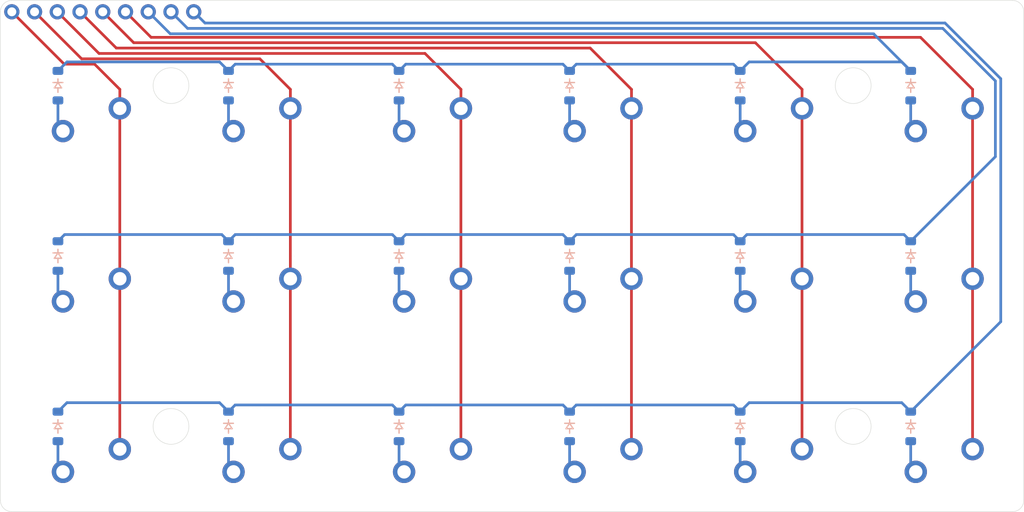
<source format=kicad_pcb>
(kicad_pcb (version 20240108) (generator "pcbnew") (generator_version "8.0")
  (layers (0 "F.Cu" signal) (31 "B.Cu" signal) (34 "B.Paste" user) (35 "F.Paste" user) (36 "B.SilkS" user "B.Silkscreen") (37 "F.SilkS" user "F.Silkscreen") (38 "B.Mask" user) (39 "F.Mask" user) (44 "Edge.Cuts" user))
  (net 0 "")
  (net 1 "Net-(C0-Pad1)")
  (net 2 "Net-(C1-Pad1)")
  (net 3 "Net-(C2-Pad1)")
  (net 4 "Net-(C3-Pad1)")
  (net 5 "Net-(C4-Pad1)")
  (net 6 "Net-(C5-Pad1)")
  (net 7 "Net-(D1-K)")
  (net 8 "Net-(D1-A)")
  (net 9 "Net-(D2-A)")
  (net 10 "Net-(D3-A)")
  (net 11 "Net-(D4-A)")
  (net 12 "Net-(D5-A)")
  (net 13 "Net-(D6-A)")
  (net 14 "Net-(D7-A)")
  (net 15 "Net-(D10-K)")
  (net 16 "Net-(D8-A)")
  (net 17 "Net-(D9-A)")
  (net 18 "Net-(D10-A)")
  (net 19 "Net-(D11-A)")
  (net 20 "Net-(D12-A)")
  (net 21 "Net-(D13-K)")
  (net 22 "Net-(D13-A)")
  (net 23 "Net-(D14-A)")
  (net 24 "Net-(D15-A)")
  (net 25 "Net-(D16-A)")
  (net 26 "Net-(D17-A)")
  (net 27 "Net-(D18-A)")
  (footprint "ScottoKeebs_Scotto:MX_Solder_1.00u" (layer "F.Cu") (at 245.109968 43.18 180)
    (property "Reference" "S5" (hide yes))
    (property "Value" "Keyswitch")
    (pad "" np_thru_hole circle (at -5.08 0 180) (size 1.75 1.75) (drill 1.75) (layers "*.Cu" "*.Mask"))
    (pad "" np_thru_hole circle (at 0 0 180) (size 4 4) (drill 4) (layers "*.Cu" "*.Mask"))
    (pad "" np_thru_hole circle (at 5.08 0 180) (size 1.75 1.75) (drill 1.75) (layers "*.Cu" "*.Mask"))
    (pad "1" thru_hole circle (at -3.81 -2.54 180) (size 2.5 2.5) (drill 1.5) (layers "*.Cu" "*.Mask") (net 5 "Net-(C4-Pad1)"))
    (pad "2" thru_hole circle (at 2.54 -5.08 180) (size 2.5 2.5) (drill 1.5) (layers "*.Cu" "*.Mask") (net 12 "Net-(D5-A)"))
  )
  (footprint "ScottoKeebs_Scotto:MX_Solder_1.00u" (layer "F.Cu") (at 245.109968 62.23 180)
    (property "Reference" "S11" (hide yes))
    (property "Value" "Keyswitch")
    (pad "" np_thru_hole circle (at -5.08 0 180) (size 1.75 1.75) (drill 1.75) (layers "*.Cu" "*.Mask"))
    (pad "" np_thru_hole circle (at 0 0 180) (size 4 4) (drill 4) (layers "*.Cu" "*.Mask"))
    (pad "" np_thru_hole circle (at 5.08 0 180) (size 1.75 1.75) (drill 1.75) (layers "*.Cu" "*.Mask"))
    (pad "1" thru_hole circle (at -3.81 -2.54 180) (size 2.5 2.5) (drill 1.5) (layers "*.Cu" "*.Mask") (net 5 "Net-(C4-Pad1)"))
    (pad "2" thru_hole circle (at 2.54 -5.08 180) (size 2.5 2.5) (drill 1.5) (layers "*.Cu" "*.Mask") (net 19 "Net-(D11-A)"))
  )
  (footprint "ScottoKeebs_Scotto:MX_Solder_1.00u" (layer "F.Cu") (at 226.059968 81.28 180)
    (property "Reference" "S16" (hide yes))
    (property "Value" "Keyswitch")
    (pad "" np_thru_hole circle (at -5.08 0 180) (size 1.75 1.75) (drill 1.75) (layers "*.Cu" "*.Mask"))
    (pad "" np_thru_hole circle (at 0 0 180) (size 4 4) (drill 4) (layers "*.Cu" "*.Mask"))
    (pad "" np_thru_hole circle (at 5.08 0 180) (size 1.75 1.75) (drill 1.75) (layers "*.Cu" "*.Mask"))
    (pad "1" thru_hole circle (at -3.81 -2.54 180) (size 2.5 2.5) (drill 1.5) (layers "*.Cu" "*.Mask") (net 4 "Net-(C3-Pad1)"))
    (pad "2" thru_hole circle (at 2.54 -5.08 180) (size 2.5 2.5) (drill 1.5) (layers "*.Cu" "*.Mask") (net 25 "Net-(D16-A)"))
  )
  (footprint "ScottoKeebs_Scotto:TestPoint" (layer "F.Cu") (at 178.434968 34.925 90)
    (property "Reference" "R1" (hide yes))
    (property "Value" "TestPoint" (hide yes))
    (pad "1" thru_hole circle (at 0 0 90) (size 1.7 1.7) (drill 1) (layers "*.Cu" "*.Mask") (net 15 "Net-(D10-K)"))
  )
  (footprint "ScottoKeebs_Scotto:MX_Solder_1.00u" (layer "F.Cu") (at 187.959968 43.18 180)
    (property "Reference" "S2" (hide yes))
    (property "Value" "Keyswitch")
    (pad "" np_thru_hole circle (at -5.08 0 180) (size 1.75 1.75) (drill 1.75) (layers "*.Cu" "*.Mask"))
    (pad "" np_thru_hole circle (at 0 0 180) (size 4 4) (drill 4) (layers "*.Cu" "*.Mask"))
    (pad "" np_thru_hole circle (at 5.08 0 180) (size 1.75 1.75) (drill 1.75) (layers "*.Cu" "*.Mask"))
    (pad "1" thru_hole circle (at -3.81 -2.54 180) (size 2.5 2.5) (drill 1.5) (layers "*.Cu" "*.Mask") (net 2 "Net-(C1-Pad1)"))
    (pad "2" thru_hole circle (at 2.54 -5.08 180) (size 2.5 2.5) (drill 1.5) (layers "*.Cu" "*.Mask") (net 9 "Net-(D2-A)"))
  )
  (footprint "ScottoKeebs_Scotto:TestPoint" (layer "F.Cu") (at 173.354968 34.925 90)
    (property "Reference" "C5" (hide yes))
    (property "Value" "TestPoint" (hide yes))
    (pad "1" thru_hole circle (at 0 0 90) (size 1.7 1.7) (drill 1) (layers "*.Cu" "*.Mask") (net 6 "Net-(C5-Pad1)"))
  )
  (footprint "ScottoKeebs_Scotto:MX_Solder_1.00u" (layer "F.Cu") (at 226.059968 43.18 180)
    (property "Reference" "S4" (hide yes))
    (property "Value" "Keyswitch")
    (pad "" np_thru_hole circle (at -5.08 0 180) (size 1.75 1.75) (drill 1.75) (layers "*.Cu" "*.Mask"))
    (pad "" np_thru_hole circle (at 0 0 180) (size 4 4) (drill 4) (layers "*.Cu" "*.Mask"))
    (pad "" np_thru_hole circle (at 5.08 0 180) (size 1.75 1.75) (drill 1.75) (layers "*.Cu" "*.Mask"))
    (pad "1" thru_hole circle (at -3.81 -2.54 180) (size 2.5 2.5) (drill 1.5) (layers "*.Cu" "*.Mask") (net 4 "Net-(C3-Pad1)"))
    (pad "2" thru_hole circle (at 2.54 -5.08 180) (size 2.5 2.5) (drill 1.5) (layers "*.Cu" "*.Mask") (net 11 "Net-(D4-A)"))
  )
  (footprint "ScottoKeebs_Scotto:MX_Solder_1.00u" (layer "F.Cu") (at 264.159968 62.23 180)
    (property "Reference" "S12" (hide yes))
    (property "Value" "Keyswitch")
    (pad "" np_thru_hole circle (at -5.08 0 180) (size 1.75 1.75) (drill 1.75) (layers "*.Cu" "*.Mask"))
    (pad "" np_thru_hole circle (at 0 0 180) (size 4 4) (drill 4) (layers "*.Cu" "*.Mask"))
    (pad "" np_thru_hole circle (at 5.08 0 180) (size 1.75 1.75) (drill 1.75) (layers "*.Cu" "*.Mask"))
    (pad "1" thru_hole circle (at -3.81 -2.54 180) (size 2.5 2.5) (drill 1.5) (layers "*.Cu" "*.Mask") (net 6 "Net-(C5-Pad1)"))
    (pad "2" thru_hole circle (at 2.54 -5.08 180) (size 2.5 2.5) (drill 1.5) (layers "*.Cu" "*.Mask") (net 20 "Net-(D12-A)"))
  )
  (footprint "ScottoKeebs_Scotto:TestPoint" (layer "F.Cu") (at 175.894968 34.925 90)
    (property "Reference" "R0" (hide yes))
    (property "Value" "TestPoint" (hide yes))
    (pad "1" thru_hole circle (at 0 0 90) (size 1.7 1.7) (drill 1) (layers "*.Cu" "*.Mask") (net 7 "Net-(D1-K)"))
  )
  (footprint "ScottoKeebs_Scotto:MX_Solder_1.00u" (layer "F.Cu") (at 168.909968 81.28 180)
    (property "Reference" "S13" (hide yes))
    (property "Value" "Keyswitch")
    (pad "" np_thru_hole circle (at -5.08 0 180) (size 1.75 1.75) (drill 1.75) (layers "*.Cu" "*.Mask"))
    (pad "" np_thru_hole circle (at 0 0 180) (size 4 4) (drill 4) (layers "*.Cu" "*.Mask"))
    (pad "" np_thru_hole circle (at 5.08 0 180) (size 1.75 1.75) (drill 1.75) (layers "*.Cu" "*.Mask"))
    (pad "1" thru_hole circle (at -3.81 -2.54 180) (size 2.5 2.5) (drill 1.5) (layers "*.Cu" "*.Mask") (net 1 "Net-(C0-Pad1)"))
    (pad "2" thru_hole circle (at 2.54 -5.08 180) (size 2.5 2.5) (drill 1.5) (layers "*.Cu" "*.Mask") (net 22 "Net-(D13-A)"))
  )
  (footprint "ScottoKeebs_Scotto:MX_Solder_1.00u" (layer "F.Cu") (at 264.159968 43.18 180)
    (property "Reference" "S6" (hide yes))
    (property "Value" "Keyswitch")
    (pad "" np_thru_hole circle (at -5.08 0 180) (size 1.75 1.75) (drill 1.75) (layers "*.Cu" "*.Mask"))
    (pad "" np_thru_hole circle (at 0 0 180) (size 4 4) (drill 4) (layers "*.Cu" "*.Mask"))
    (pad "" np_thru_hole circle (at 5.08 0 180) (size 1.75 1.75) (drill 1.75) (layers "*.Cu" "*.Mask"))
    (pad "1" thru_hole circle (at -3.81 -2.54 180) (size 2.5 2.5) (drill 1.5) (layers "*.Cu" "*.Mask") (net 6 "Net-(C5-Pad1)"))
    (pad "2" thru_hole circle (at 2.54 -5.08 180) (size 2.5 2.5) (drill 1.5) (layers "*.Cu" "*.Mask") (net 13 "Net-(D6-A)"))
  )
  (footprint "ScottoKeebs_Scotto:MX_Solder_1.00u" (layer "F.Cu") (at 207.009968 43.18 180)
    (property "Reference" "S3" (hide yes))
    (property "Value" "Keyswitch")
    (pad "" np_thru_hole circle (at -5.08 0 180) (size 1.75 1.75) (drill 1.75) (layers "*.Cu" "*.Mask"))
    (pad "" np_thru_hole circle (at 0 0 180) (size 4 4) (drill 4) (layers "*.Cu" "*.Mask"))
    (pad "" np_thru_hole circle (at 5.08 0 180) (size 1.75 1.75) (drill 1.75) (layers "*.Cu" "*.Mask"))
    (pad "1" thru_hole circle (at -3.81 -2.54 180) (size 2.5 2.5) (drill 1.5) (layers "*.Cu" "*.Mask") (net 3 "Net-(C2-Pad1)"))
    (pad "2" thru_hole circle (at 2.54 -5.08 180) (size 2.5 2.5) (drill 1.5) (layers "*.Cu" "*.Mask") (net 10 "Net-(D3-A)"))
  )
  (footprint "ScottoKeebs_Scotto:MX_Solder_1.00u" (layer "F.Cu") (at 168.909968 43.18 180)
    (property "Reference" "S1" (hide yes))
    (property "Value" "Keyswitch")
    (pad "" np_thru_hole circle (at -5.08 0 180) (size 1.75 1.75) (drill 1.75) (layers "*.Cu" "*.Mask"))
    (pad "" np_thru_hole circle (at 0 0 180) (size 4 4) (drill 4) (layers "*.Cu" "*.Mask"))
    (pad "" np_thru_hole circle (at 5.08 0 180) (size 1.75 1.75) (drill 1.75) (layers "*.Cu" "*.Mask"))
    (pad "1" thru_hole circle (at -3.81 -2.54 180) (size 2.5 2.5) (drill 1.5) (layers "*.Cu" "*.Mask") (net 1 "Net-(C0-Pad1)"))
    (pad "2" thru_hole circle (at 2.54 -5.08 180) (size 2.5 2.5) (drill 1.5) (layers "*.Cu" "*.Mask") (net 8 "Net-(D1-A)"))
  )
  (footprint "ScottoKeebs_Scotto:TestPoint" (layer "F.Cu") (at 160.654968 34.925 90)
    (property "Reference" "C0" (hide yes))
    (property "Value" "TestPoint" (hide yes))
    (pad "1" thru_hole circle (at 0 0 90) (size 1.7 1.7) (drill 1) (layers "*.Cu" "*.Mask") (net 1 "Net-(C0-Pad1)"))
  )
  (footprint "ScottoKeebs_Scotto:TestPoint" (layer "F.Cu") (at 165.734968 34.925 90)
    (property "Reference" "C2" (hide yes))
    (property "Value" "TestPoint" (hide yes))
    (pad "1" thru_hole circle (at 0 0 90) (size 1.7 1.7) (drill 1) (layers "*.Cu" "*.Mask") (net 3 "Net-(C2-Pad1)"))
  )
  (footprint "ScottoKeebs_Scotto:MX_Solder_1.00u" (layer "F.Cu") (at 168.909968 62.23 180)
    (property "Reference" "S7" (hide yes))
    (property "Value" "Keyswitch")
    (pad "" np_thru_hole circle (at -5.08 0 180) (size 1.75 1.75) (drill 1.75) (layers "*.Cu" "*.Mask"))
    (pad "" np_thru_hole circle (at 0 0 180) (size 4 4) (drill 4) (layers "*.Cu" "*.Mask"))
    (pad "" np_thru_hole circle (at 5.08 0 180) (size 1.75 1.75) (drill 1.75) (layers "*.Cu" "*.Mask"))
    (pad "1" thru_hole circle (at -3.81 -2.54 180) (size 2.5 2.5) (drill 1.5) (layers "*.Cu" "*.Mask") (net 1 "Net-(C0-Pad1)"))
    (pad "2" thru_hole circle (at 2.54 -5.08 180) (size 2.5 2.5) (drill 1.5) (layers "*.Cu" "*.Mask") (net 14 "Net-(D7-A)"))
  )
  (footprint "ScottoKeebs_Scotto:TestPoint" (layer "F.Cu") (at 163.194968 34.925 90)
    (property "Reference" "C1" (hide yes))
    (property "Value" "TestPoint" (hide yes))
    (pad "1" thru_hole circle (at 0 0 90) (size 1.7 1.7) (drill 1) (layers "*.Cu" "*.Mask") (net 2 "Net-(C1-Pad1)"))
  )
  (footprint "ScottoKeebs_Scotto:MX_Solder_1.00u" (layer "F.Cu") (at 207.009968 81.28 180)
    (property "Reference" "S15" (hide yes))
    (property "Value" "Keyswitch")
    (pad "" np_thru_hole circle (at -5.08 0 180) (size 1.75 1.75) (drill 1.75) (layers "*.Cu" "*.Mask"))
    (pad "" np_thru_hole circle (at 0 0 180) (size 4 4) (drill 4) (layers "*.Cu" "*.Mask"))
    (pad "" np_thru_hole circle (at 5.08 0 180) (size 1.75 1.75) (drill 1.75) (layers "*.Cu" "*.Mask"))
    (pad "1" thru_hole circle (at -3.81 -2.54 180) (size 2.5 2.5) (drill 1.5) (layers "*.Cu" "*.Mask") (net 3 "Net-(C2-Pad1)"))
    (pad "2" thru_hole circle (at 2.54 -5.08 180) (size 2.5 2.5) (drill 1.5) (layers "*.Cu" "*.Mask") (net 24 "Net-(D15-A)"))
  )
  (footprint "ScottoKeebs_Scotto:MX_Solder_1.00u" (layer "F.Cu") (at 264.159968 81.28 180)
    (property "Reference" "S18" (hide yes))
    (property "Value" "Keyswitch")
    (pad "" np_thru_hole circle (at -5.08 0 180) (size 1.75 1.75) (drill 1.75) (layers "*.Cu" "*.Mask"))
    (pad "" np_thru_hole circle (at 0 0 180) (size 4 4) (drill 4) (layers "*.Cu" "*.Mask"))
    (pad "" np_thru_hole circle (at 5.08 0 180) (size 1.75 1.75) (drill 1.75) (layers "*.Cu" "*.Mask"))
    (pad "1" thru_hole circle (at -3.81 -2.54 180) (size 2.5 2.5) (drill 1.5) (layers "*.Cu" "*.Mask") (net 6 "Net-(C5-Pad1)"))
    (pad "2" thru_hole circle (at 2.54 -5.08 180) (size 2.5 2.5) (drill 1.5) (layers "*.Cu" "*.Mask") (net 27 "Net-(D18-A)"))
  )
  (footprint "ScottoKeebs_Scotto:MX_Solder_1.00u" (layer "F.Cu") (at 226.059968 62.23 180)
    (property "Reference" "S10" (hide yes))
    (property "Value" "Keyswitch")
    (pad "" np_thru_hole circle (at -5.08 0 180) (size 1.75 1.75) (drill 1.75) (layers "*.Cu" "*.Mask"))
    (pad "" np_thru_hole circle (at 0 0 180) (size 4 4) (drill 4) (layers "*.Cu" "*.Mask"))
    (pad "" np_thru_hole circle (at 5.08 0 180) (size 1.75 1.75) (drill 1.75) (layers "*.Cu" "*.Mask"))
    (pad "1" thru_hole circle (at -3.81 -2.54 180) (size 2.5 2.5) (drill 1.5) (layers "*.Cu" "*.Mask") (net 4 "Net-(C3-Pad1)"))
    (pad "2" thru_hole circle (at 2.54 -5.08 180) (size 2.5 2.5) (drill 1.5) (layers "*.Cu" "*.Mask") (net 18 "Net-(D10-A)"))
  )
  (footprint "ScottoKeebs_Scotto:TestPoint" (layer "F.Cu") (at 170.814969 34.925 90)
    (property "Reference" "C4" (hide yes))
    (property "Value" "TestPoint" (hide yes))
    (pad "1" thru_hole circle (at 0 0 90) (size 1.7 1.7) (drill 1) (layers "*.Cu" "*.Mask") (net 5 "Net-(C4-Pad1)"))
  )
  (footprint "ScottoKeebs_Scotto:MX_Solder_1.00u" (layer "F.Cu") (at 187.959968 81.28 180)
    (property "Reference" "S14" (hide yes))
    (property "Value" "Keyswitch")
    (pad "" np_thru_hole circle (at -5.08 0 180) (size 1.75 1.75) (drill 1.75) (layers "*.Cu" "*.Mask"))
    (pad "" np_thru_hole circle (at 0 0 180) (size 4 4) (drill 4) (layers "*.Cu" "*.Mask"))
    (pad "" np_thru_hole circle (at 5.08 0 180) (size 1.75 1.75) (drill 1.75) (layers "*.Cu" "*.Mask"))
    (pad "1" thru_hole circle (at -3.81 -2.54 180) (size 2.5 2.5) (drill 1.5) (layers "*.Cu" "*.Mask") (net 2 "Net-(C1-Pad1)"))
    (pad "2" thru_hole circle (at 2.54 -5.08 180) (size 2.5 2.5) (drill 1.5) (layers "*.Cu" "*.Mask") (net 23 "Net-(D14-A)"))
  )
  (footprint "ScottoKeebs_Scotto:TestPoint" (layer "F.Cu") (at 180.974967 34.925 90)
    (property "Reference" "R2" (hide yes))
    (property "Value" "TestPoint" (hide yes))
    (pad "1" thru_hole circle (at 0 0 90) (size 1.7 1.7) (drill 1) (layers "*.Cu" "*.Mask") (net 21 "Net-(D13-K)"))
  )
  (footprint "ScottoKeebs_Scotto:MX_Solder_1.00u" (layer "F.Cu") (at 207.009968 62.23 180)
    (property "Reference" "S9" (hide yes))
    (property "Value" "Keyswitch")
    (pad "" np_thru_hole circle (at -5.08 0 180) (size 1.75 1.75) (drill 1.75) (layers "*.Cu" "*.Mask"))
    (pad "" np_thru_hole circle (at 0 0 180) (size 4 4) (drill 4) (layers "*.Cu" "*.Mask"))
    (pad "" np_thru_hole circle (at 5.08 0 180) (size 1.75 1.75) (drill 1.75) (layers "*.Cu" "*.Mask"))
    (pad "1" thru_hole circle (at -3.81 -2.54 180) (size 2.5 2.5) (drill 1.5) (layers "*.Cu" "*.Mask") (net 3 "Net-(C2-Pad1)"))
    (pad "2" thru_hole circle (at 2.54 -5.08 180) (size 2.5 2.5) (drill 1.5) (layers "*.Cu" "*.Mask") (net 17 "Net-(D9-A)"))
  )
  (footprint "ScottoKeebs_Scotto:TestPoint" (layer "F.Cu") (at 168.274967 34.925 90)
    (property "Reference" "C3" (hide yes))
    (property "Value" "TestPoint" (hide yes))
    (pad "1" thru_hole circle (at 0 0 90) (size 1.7 1.7) (drill 1) (layers "*.Cu" "*.Mask") (net 4 "Net-(C3-Pad1)"))
  )
  (footprint "ScottoKeebs_Scotto:MX_Solder_1.00u" (layer "F.Cu") (at 245.109968 81.28 180)
    (property "Reference" "S17" (hide yes))
    (property "Value" "Keyswitch")
    (pad "" np_thru_hole circle (at -5.08 0 180) (size 1.75 1.75) (drill 1.75) (layers "*.Cu" "*.Mask"))
    (pad "" np_thru_hole circle (at 0 0 180) (size 4 4) (drill 4) (layers "*.Cu" "*.Mask"))
    (pad "" np_thru_hole circle (at 5.08 0 180) (size 1.75 1.75) (drill 1.75) (layers "*.Cu" "*.Mask"))
    (pad "1" thru_hole circle (at -3.81 -2.54 180) (size 2.5 2.5) (drill 1.5) (layers "*.Cu" "*.Mask") (net 5 "Net-(C4-Pad1)"))
    (pad "2" thru_hole circle (at 2.54 -5.08 180) (size 2.5 2.5) (drill 1.5) (layers "*.Cu" "*.Mask") (net 26 "Net-(D17-A)"))
  )
  (footprint "ScottoKeebs_Scotto:MX_Solder_1.00u" (layer "F.Cu") (at 187.959968 62.23 180)
    (property "Reference" "S8" (hide yes))
    (property "Value" "Keyswitch")
    (pad "" np_thru_hole circle (at -5.08 0 180) (size 1.75 1.75) (drill 1.75) (layers "*.Cu" "*.Mask"))
    (pad "" np_thru_hole circle (at 0 0 180) (size 4 4) (drill 4) (layers "*.Cu" "*.Mask"))
    (pad "" np_thru_hole circle (at 5.08 0 180) (size 1.75 1.75) (drill 1.75) (layers "*.Cu" "*.Mask"))
    (pad "1" thru_hole circle (at -3.81 -2.54 180) (size 2.5 2.5) (drill 1.5) (layers "*.Cu" "*.Mask") (net 2 "Net-(C1-Pad1)"))
    (pad "2" thru_hole circle (at 2.54 -5.08 180) (size 2.5 2.5) (drill 1.5) (layers "*.Cu" "*.Mask") (net 16 "Net-(D8-A)"))
  )
  (footprint "ScottoKeebs_Components:Diode_SOD-123" (layer "B.Cu") (at 184.857468 43.18 -90)
    (property "Reference" "D2" (hide yes))
    (property "Value" "Diode")
    (fp_line (start -0.35 0.55) (end -0.349999 0) (stroke (width 0.15)) (layer "B.SilkS"))
    (fp_line (start 0.25 0.4) (end -0.349999 0) (stroke (width 0.15)) (layer "B.SilkS"))
    (fp_line (start -0.349999 0) (end -0.75 0) (stroke (width 0.15)) (layer "B.SilkS"))
    (fp_line (start -0.349999 0) (end 0.25 -0.4) (stroke (width 0.15)) (layer "B.SilkS"))
    (fp_line (start 0.75 0) (end 0.25 0) (stroke (width 0.15)) (layer "B.SilkS"))
    (fp_line (start 0.25 -0.4) (end 0.25 0.4) (stroke (width 0.15)) (layer "B.SilkS"))
    (fp_line (start -0.35 -0.55) (end -0.349999 0) (stroke (width 0.15)) (layer "B.SilkS"))
    (pad "1" smd roundrect (at -1.65 0 270) (size 0.9 1.2) (layers "B.Cu" "B.Paste" "B.Mask") (net 7 "Net-(D1-K)"))
    (pad "2" smd roundrect (at 1.65 0 270) (size 0.9 1.2) (layers "B.Cu" "B.Paste" "B.Mask") (net 9 "Net-(D2-A)"))
  )
  (footprint "ScottoKeebs_Components:Diode_SOD-123" (layer "B.Cu") (at 261.057468 43.18 -90)
    (property "Reference" "D6" (hide yes))
    (property "Value" "Diode")
    (fp_line (start -0.35 0.55) (end -0.349999 0) (stroke (width 0.15)) (layer "B.SilkS"))
    (fp_line (start 0.25 0.4) (end -0.349999 0) (stroke (width 0.15)) (layer "B.SilkS"))
    (fp_line (start -0.349999 0) (end -0.75 0) (stroke (width 0.15)) (layer "B.SilkS"))
    (fp_line (start -0.349999 0) (end 0.25 -0.4) (stroke (width 0.15)) (layer "B.SilkS"))
    (fp_line (start 0.75 0) (end 0.25 0) (stroke (width 0.15)) (layer "B.SilkS"))
    (fp_line (start 0.25 -0.4) (end 0.25 0.4) (stroke (width 0.15)) (layer "B.SilkS"))
    (fp_line (start -0.35 -0.55) (end -0.349999 0) (stroke (width 0.15)) (layer "B.SilkS"))
    (pad "1" smd roundrect (at -1.65 0 270) (size 0.9 1.2) (layers "B.Cu" "B.Paste" "B.Mask") (net 7 "Net-(D1-K)"))
    (pad "2" smd roundrect (at 1.65 0 270) (size 0.9 1.2) (layers "B.Cu" "B.Paste" "B.Mask") (net 13 "Net-(D6-A)"))
  )
  (footprint "ScottoKeebs_Components:Diode_SOD-123" (layer "B.Cu") (at 242.007468 62.23 -90)
    (property "Reference" "D11" (hide yes))
    (property "Value" "Diode")
    (fp_line (start -0.35 0.55) (end -0.349999 0) (stroke (width 0.15)) (layer "B.SilkS"))
    (fp_line (start 0.25 0.4) (end -0.349999 0) (stroke (width 0.15)) (layer "B.SilkS"))
    (fp_line (start -0.349999 0) (end -0.75 0) (stroke (width 0.15)) (layer "B.SilkS"))
    (fp_line (start -0.349999 0) (end 0.25 -0.4) (stroke (width 0.15)) (layer "B.SilkS"))
    (fp_line (start 0.75 0) (end 0.25 0) (stroke (width 0.15)) (layer "B.SilkS"))
    (fp_line (start 0.25 -0.4) (end 0.25 0.4) (stroke (width 0.15)) (layer "B.SilkS"))
    (fp_line (start -0.35 -0.55) (end -0.349999 0) (stroke (width 0.15)) (layer "B.SilkS"))
    (pad "1" smd roundrect (at -1.65 0 270) (size 0.9 1.2) (layers "B.Cu" "B.Paste" "B.Mask") (net 15 "Net-(D10-K)"))
    (pad "2" smd roundrect (at 1.65 0 270) (size 0.9 1.2) (layers "B.Cu" "B.Paste" "B.Mask") (net 19 "Net-(D11-A)"))
  )
  (footprint "ScottoKeebs_Components:Diode_SOD-123" (layer "B.Cu") (at 184.857468 62.23 -90)
    (property "Reference" "D8" (hide yes))
    (property "Value" "Diode")
    (fp_line (start -0.35 0.55) (end -0.349999 0) (stroke (width 0.15)) (layer "B.SilkS"))
    (fp_line (start 0.25 0.4) (end -0.349999 0) (stroke (width 0.15)) (layer "B.SilkS"))
    (fp_line (start -0.349999 0) (end -0.75 0) (stroke (width 0.15)) (layer "B.SilkS"))
    (fp_line (start -0.349999 0) (end 0.25 -0.4) (stroke (width 0.15)) (layer "B.SilkS"))
    (fp_line (start 0.75 0) (end 0.25 0) (stroke (width 0.15)) (layer "B.SilkS"))
    (fp_line (start 0.25 -0.4) (end 0.25 0.4) (stroke (width 0.15)) (layer "B.SilkS"))
    (fp_line (start -0.35 -0.55) (end -0.349999 0) (stroke (width 0.15)) (layer "B.SilkS"))
    (pad "1" smd roundrect (at -1.65 0 270) (size 0.9 1.2) (layers "B.Cu" "B.Paste" "B.Mask") (net 15 "Net-(D10-K)"))
    (pad "2" smd roundrect (at 1.65 0 270) (size 0.9 1.2) (layers "B.Cu" "B.Paste" "B.Mask") (net 16 "Net-(D8-A)"))
  )
  (footprint "ScottoKeebs_Components:Diode_SOD-123" (layer "B.Cu") (at 203.907468 43.18 -90)
    (property "Reference" "D3" (hide yes))
    (property "Value" "Diode")
    (fp_line (start -0.35 0.55) (end -0.349999 0) (stroke (width 0.15)) (layer "B.SilkS"))
    (fp_line (start 0.25 0.4) (end -0.349999 0) (stroke (width 0.15)) (layer "B.SilkS"))
    (fp_line (start -0.349999 0) (end -0.75 0) (stroke (width 0.15)) (layer "B.SilkS"))
    (fp_line (start -0.349999 0) (end 0.25 -0.4) (stroke (width 0.15)) (layer "B.SilkS"))
    (fp_line (start 0.75 0) (end 0.25 0) (stroke (width 0.15)) (layer "B.SilkS"))
    (fp_line (start 0.25 -0.4) (end 0.25 0.4) (stroke (width 0.15)) (layer "B.SilkS"))
    (fp_line (start -0.35 -0.55) (end -0.349999 0) (stroke (width 0.15)) (layer "B.SilkS"))
    (pad "1" smd roundrect (at -1.65 0 270) (size 0.9 1.2) (layers "B.Cu" "B.Paste" "B.Mask") (net 7 "Net-(D1-K)"))
    (pad "2" smd roundrect (at 1.65 0 270) (size 0.9 1.2) (layers "B.Cu" "B.Paste" "B.Mask") (net 10 "Net-(D3-A)"))
  )
  (footprint "ScottoKeebs_Components:Diode_SOD-123" (layer "B.Cu") (at 242.007468 43.18 -90)
    (property "Reference" "D5" (hide yes))
    (property "Value" "Diode")
    (fp_line (start -0.35 0.55) (end -0.349999 0) (stroke (width 0.15)) (layer "B.SilkS"))
    (fp_line (start 0.25 0.4) (end -0.349999 0) (stroke (width 0.15)) (layer "B.SilkS"))
    (fp_line (start -0.349999 0) (end -0.75 0) (stroke (width 0.15)) (layer "B.SilkS"))
    (fp_line (start -0.349999 0) (end 0.25 -0.4) (stroke (width 0.15)) (layer "B.SilkS"))
    (fp_line (start 0.75 0) (end 0.25 0) (stroke (width 0.15)) (layer "B.SilkS"))
    (fp_line (start 0.25 -0.4) (end 0.25 0.4) (stroke (width 0.15)) (layer "B.SilkS"))
    (fp_line (start -0.35 -0.55) (end -0.349999 0) (stroke (width 0.15)) (layer "B.SilkS"))
    (pad "1" smd roundrect (at -1.65 0 270) (size 0.9 1.2) (layers "B.Cu" "B.Paste" "B.Mask") (net 7 "Net-(D1-K)"))
    (pad "2" smd roundrect (at 1.65 0 270) (size 0.9 1.2) (layers "B.Cu" "B.Paste" "B.Mask") (net 12 "Net-(D5-A)"))
  )
  (footprint "ScottoKeebs_Components:Diode_SOD-123" (layer "B.Cu") (at 203.907468 62.23 -90)
    (property "Reference" "D9" (hide yes))
    (property "Value" "Diode")
    (fp_line (start -0.35 0.55) (end -0.349999 0) (stroke (width 0.15)) (layer "B.SilkS"))
    (fp_line (start 0.25 0.4) (end -0.349999 0) (stroke (width 0.15)) (layer "B.SilkS"))
    (fp_line (start -0.349999 0) (end -0.75 0) (stroke (width 0.15)) (layer "B.SilkS"))
    (fp_line (start -0.349999 0) (end 0.25 -0.4) (stroke (width 0.15)) (layer "B.SilkS"))
    (fp_line (start 0.75 0) (end 0.25 0) (stroke (width 0.15)) (layer "B.SilkS"))
    (fp_line (start 0.25 -0.4) (end 0.25 0.4) (stroke (width 0.15)) (layer "B.SilkS"))
    (fp_line (start -0.35 -0.55) (end -0.349999 0) (stroke (width 0.15)) (layer "B.SilkS"))
    (pad "1" smd roundrect (at -1.65 0 270) (size 0.9 1.2) (layers "B.Cu" "B.Paste" "B.Mask") (net 15 "Net-(D10-K)"))
    (pad "2" smd roundrect (at 1.65 0 270) (size 0.9 1.2) (layers "B.Cu" "B.Paste" "B.Mask") (net 17 "Net-(D9-A)"))
  )
  (footprint "ScottoKeebs_Components:Diode_SOD-123" (layer "B.Cu") (at 261.057468 81.28 -90)
    (property "Reference" "D18" (hide yes))
    (property "Value" "Diode")
    (fp_line (start -0.35 0.55) (end -0.349999 0) (stroke (width 0.15)) (layer "B.SilkS"))
    (fp_line (start 0.25 0.4) (end -0.349999 0) (stroke (width 0.15)) (layer "B.SilkS"))
    (fp_line (start -0.349999 0) (end -0.75 0) (stroke (width 0.15)) (layer "B.SilkS"))
    (fp_line (start -0.349999 0) (end 0.25 -0.4) (stroke (width 0.15)) (layer "B.SilkS"))
    (fp_line (start 0.75 0) (end 0.25 0) (stroke (width 0.15)) (layer "B.SilkS"))
    (fp_line (start 0.25 -0.4) (end 0.25 0.4) (stroke (width 0.15)) (layer "B.SilkS"))
    (fp_line (start -0.35 -0.55) (end -0.349999 0) (stroke (width 0.15)) (layer "B.SilkS"))
    (pad "1" smd roundrect (at -1.65 0 270) (size 0.9 1.2) (layers "B.Cu" "B.Paste" "B.Mask") (net 21 "Net-(D13-K)"))
    (pad "2" smd roundrect (at 1.65 0 270) (size 0.9 1.2) (layers "B.Cu" "B.Paste" "B.Mask") (net 27 "Net-(D18-A)"))
  )
  (footprint "ScottoKeebs_Components:Diode_SOD-123" (layer "B.Cu") (at 203.907468 81.28 -90)
    (property "Reference" "D15" (hide yes))
    (property "Value" "Diode")
    (fp_line (start -0.35 0.55) (end -0.349999 0) (stroke (width 0.15)) (layer "B.SilkS"))
    (fp_line (start 0.25 0.4) (end -0.349999 0) (stroke (width 0.15)) (layer "B.SilkS"))
    (fp_line (start -0.349999 0) (end -0.75 0) (stroke (width 0.15)) (layer "B.SilkS"))
    (fp_line (start -0.349999 0) (end 0.25 -0.4) (stroke (width 0.15)) (layer "B.SilkS"))
    (fp_line (start 0.75 0) (end 0.25 0) (stroke (width 0.15)) (layer "B.SilkS"))
    (fp_line (start 0.25 -0.4) (end 0.25 0.4) (stroke (width 0.15)) (layer "B.SilkS"))
    (fp_line (start -0.35 -0.55) (end -0.349999 0) (stroke (width 0.15)) (layer "B.SilkS"))
    (pad "1" smd roundrect (at -1.65 0 270) (size 0.9 1.2) (layers "B.Cu" "B.Paste" "B.Mask") (net 21 "Net-(D13-K)"))
    (pad "2" smd roundrect (at 1.65 0 270) (size 0.9 1.2) (layers "B.Cu" "B.Paste" "B.Mask") (net 24 "Net-(D15-A)"))
  )
  (footprint "ScottoKeebs_Components:Diode_SOD-123" (layer "B.Cu") (at 222.957468 81.28 -90)
    (property "Reference" "D16" (hide yes))
    (property "Value" "Diode")
    (fp_line (start -0.35 0.55) (end -0.349999 0) (stroke (width 0.15)) (layer "B.SilkS"))
    (fp_line (start 0.25 0.4) (end -0.349999 0) (stroke (width 0.15)) (layer "B.SilkS"))
    (fp_line (start -0.349999 0) (end -0.75 0) (stroke (width 0.15)) (layer "B.SilkS"))
    (fp_line (start -0.349999 0) (end 0.25 -0.4) (stroke (width 0.15)) (layer "B.SilkS"))
    (fp_line (start 0.75 0) (end 0.25 0) (stroke (width 0.15)) (layer "B.SilkS"))
    (fp_line (start 0.25 -0.4) (end 0.25 0.4) (stroke (width 0.15)) (layer "B.SilkS"))
    (fp_line (start -0.35 -0.55) (end -0.349999 0) (stroke (width 0.15)) (layer "B.SilkS"))
    (pad "1" smd roundrect (at -1.65 0 270) (size 0.9 1.2) (layers "B.Cu" "B.Paste" "B.Mask") (net 21 "Net-(D13-K)"))
    (pad "2" smd roundrect (at 1.65 0 270) (size 0.9 1.2) (layers "B.Cu" "B.Paste" "B.Mask") (net 25 "Net-(D16-A)"))
  )
  (footprint "ScottoKeebs_Components:Diode_SOD-123" (layer "B.Cu") (at 165.807468 62.23 -90)
    (property "Reference" "D7" (hide yes))
    (property "Value" "Diode")
    (fp_line (start -0.35 0.55) (end -0.349999 0) (stroke (width 0.15)) (layer "B.SilkS"))
    (fp_line (start 0.25 0.4) (end -0.349999 0) (stroke (width 0.15)) (layer "B.SilkS"))
    (fp_line (start -0.349999 0) (end -0.75 0) (stroke (width 0.15)) (layer "B.SilkS"))
    (fp_line (start -0.349999 0) (end 0.25 -0.4) (stroke (width 0.15)) (layer "B.SilkS"))
    (fp_line (start 0.75 0) (end 0.25 0) (stroke (width 0.15)) (layer "B.SilkS"))
    (fp_line (start 0.25 -0.4) (end 0.25 0.4) (stroke (width 0.15)) (layer "B.SilkS"))
    (fp_line (start -0.35 -0.55) (end -0.349999 0) (stroke (width 0.15)) (layer "B.SilkS"))
    (pad "1" smd roundrect (at -1.65 0 270) (size 0.9 1.2) (layers "B.Cu" "B.Paste" "B.Mask") (net 15 "Net-(D10-K)"))
    (pad "2" smd roundrect (at 1.65 0 270) (size 0.9 1.2) (layers "B.Cu" "B.Paste" "B.Mask") (net 14 "Net-(D7-A)"))
  )
  (footprint "ScottoKeebs_Components:Diode_SOD-123" (layer "B.Cu") (at 165.807468 81.28 -90)
    (property "Reference" "D13" (hide yes))
    (property "Value" "Diode")
    (fp_line (start -0.35 0.55) (end -0.349999 0) (stroke (width 0.15)) (layer "B.SilkS"))
    (fp_line (start 0.25 0.4) (end -0.349999 0) (stroke (width 0.15)) (layer "B.SilkS"))
    (fp_line (start -0.349999 0) (end -0.75 0) (stroke (width 0.15)) (layer "B.SilkS"))
    (fp_line (start -0.349999 0) (end 0.25 -0.4) (stroke (width 0.15)) (layer "B.SilkS"))
    (fp_line (start 0.75 0) (end 0.25 0) (stroke (width 0.15)) (layer "B.SilkS"))
    (fp_line (start 0.25 -0.4) (end 0.25 0.4) (stroke (width 0.15)) (layer "B.SilkS"))
    (fp_line (start -0.35 -0.55) (end -0.349999 0) (stroke (width 0.15)) (layer "B.SilkS"))
    (pad "1" smd roundrect (at -1.65 0 270) (size 0.9 1.2) (layers "B.Cu" "B.Paste" "B.Mask") (net 21 "Net-(D13-K)"))
    (pad "2" smd roundrect (at 1.65 0 270) (size 0.9 1.2) (layers "B.Cu" "B.Paste" "B.Mask") (net 22 "Net-(D13-A)"))
  )
  (footprint "ScottoKeebs_Components:Diode_SOD-123" (layer "B.Cu") (at 165.807468 43.18 -90)
    (property "Reference" "D1" (hide yes))
    (property "Value" "Diode")
    (fp_line (start -0.35 0.55) (end -0.349999 0) (stroke (width 0.15)) (layer "B.SilkS"))
    (fp_line (start 0.25 0.4) (end -0.349999 0) (stroke (width 0.15)) (layer "B.SilkS"))
    (fp_line (start -0.349999 0) (end -0.75 0) (stroke (width 0.15)) (layer "B.SilkS"))
    (fp_line (start -0.349999 0) (end 0.25 -0.4) (stroke (width 0.15)) (layer "B.SilkS"))
    (fp_line (start 0.75 0) (end 0.25 0) (stroke (width 0.15)) (layer "B.SilkS"))
    (fp_line (start 0.25 -0.4) (end 0.25 0.4) (stroke (width 0.15)) (layer "B.SilkS"))
    (fp_line (start -0.35 -0.55) (end -0.349999 0) (stroke (width 0.15)) (layer "B.SilkS"))
    (pad "1" smd roundrect (at -1.65 0 270) (size 0.9 1.2) (layers "B.Cu" "B.Paste" "B.Mask") (net 7 "Net-(D1-K)"))
    (pad "2" smd roundrect (at 1.65 0 270) (size 0.9 1.2) (layers "B.Cu" "B.Paste" "B.Mask") (net 8 "Net-(D1-A)"))
  )
  (footprint "ScottoKeebs_Components:Diode_SOD-123" (layer "B.Cu") (at 261.057468 62.23 -90)
    (property "Reference" "D12" (hide yes))
    (property "Value" "Diode")
    (fp_line (start -0.35 0.55) (end -0.349999 0) (stroke (width 0.15)) (layer "B.SilkS"))
    (fp_line (start 0.25 0.4) (end -0.349999 0) (stroke (width 0.15)) (layer "B.SilkS"))
    (fp_line (start -0.349999 0) (end -0.75 0) (stroke (width 0.15)) (layer "B.SilkS"))
    (fp_line (start -0.349999 0) (end 0.25 -0.4) (stroke (width 0.15)) (layer "B.SilkS"))
    (fp_line (start 0.75 0) (end 0.25 0) (stroke (width 0.15)) (layer "B.SilkS"))
    (fp_line (start 0.25 -0.4) (end 0.25 0.4) (stroke (width 0.15)) (layer "B.SilkS"))
    (fp_line (start -0.35 -0.55) (end -0.349999 0) (stroke (width 0.15)) (layer "B.SilkS"))
    (pad "1" smd roundrect (at -1.65 0 270) (size 0.9 1.2) (layers "B.Cu" "B.Paste" "B.Mask") (net 15 "Net-(D10-K)"))
    (pad "2" smd roundrect (at 1.65 0 270) (size 0.9 1.2) (layers "B.Cu" "B.Paste" "B.Mask") (net 20 "Net-(D12-A)"))
  )
  (footprint "ScottoKeebs_Components:Diode_SOD-123" (layer "B.Cu") (at 222.957468 43.18 -90)
    (property "Reference" "D4" (hide yes))
    (property "Value" "Diode")
    (fp_line (start -0.35 0.55) (end -0.349999 0) (stroke (width 0.15)) (layer "B.SilkS"))
    (fp_line (start 0.25 0.4) (end -0.349999 0) (stroke (width 0.15)) (layer "B.SilkS"))
    (fp_line (start -0.349999 0) (end -0.75 0) (stroke (width 0.15)) (layer "B.SilkS"))
    (fp_line (start -0.349999 0) (end 0.25 -0.4) (stroke (width 0.15)) (layer "B.SilkS"))
    (fp_line (start 0.75 0) (end 0.25 0) (stroke (width 0.15)) (layer "B.SilkS"))
    (fp_line (start 0.25 -0.4) (end 0.25 0.4) (stroke (width 0.15)) (layer "B.SilkS"))
    (fp_line (start -0.35 -0.55) (end -0.349999 0) (stroke (width 0.15)) (layer "B.SilkS"))
    (pad "1" smd roundrect (at -1.65 0 270) (size 0.9 1.2) (layers "B.Cu" "B.Paste" "B.Mask") (net 7 "Net-(D1-K)"))
    (pad "2" smd roundrect (at 1.65 0 270) (size 0.9 1.2) (layers "B.Cu" "B.Paste" "B.Mask") (net 11 "Net-(D4-A)"))
  )
  (footprint "ScottoKeebs_Components:Diode_SOD-123" (layer "B.Cu") (at 222.957468 62.23 -90)
    (property "Reference" "D10" (hide yes))
    (property "Value" "Diode")
    (fp_line (start -0.35 0.55) (end -0.349999 0) (stroke (width 0.15)) (layer "B.SilkS"))
    (fp_line (start 0.25 0.4) (end -0.349999 0) (stroke (width 0.15)) (layer "B.SilkS"))
    (fp_line (start -0.349999 0) (end -0.75 0) (stroke (width 0.15)) (layer "B.SilkS"))
    (fp_line (start -0.349999 0) (end 0.25 -0.4) (stroke (width 0.15)) (layer "B.SilkS"))
    (fp_line (start 0.75 0) (end 0.25 0) (stroke (width 0.15)) (layer "B.SilkS"))
    (fp_line (start 0.25 -0.4) (end 0.25 0.4) (stroke (width 0.15)) (layer "B.SilkS"))
    (fp_line (start -0.35 -0.55) (end -0.349999 0) (stroke (width 0.15)) (layer "B.SilkS"))
    (pad "1" smd roundrect (at -1.65 0 270) (size 0.9 1.2) (layers "B.Cu" "B.Paste" "B.Mask") (net 15 "Net-(D10-K)"))
    (pad "2" smd roundrect (at 1.65 0 270) (size 0.9 1.2) (layers "B.Cu" "B.Paste" "B.Mask") (net 18 "Net-(D10-A)"))
  )
  (footprint "ScottoKeebs_Components:Diode_SOD-123" (layer "B.Cu") (at 242.007468 81.28 -90)
    (property "Reference" "D17" (hide yes))
    (property "Value" "Diode")
    (fp_line (start -0.35 0.55) (end -0.349999 0) (stroke (width 0.15)) (layer "B.SilkS"))
    (fp_line (start 0.25 0.4) (end -0.349999 0) (stroke (width 0.15)) (layer "B.SilkS"))
    (fp_line (start -0.349999 0) (end -0.75 0) (stroke (width 0.15)) (layer "B.SilkS"))
    (fp_line (start -0.349999 0) (end 0.25 -0.4) (stroke (width 0.15)) (layer "B.SilkS"))
    (fp_line (start 0.75 0) (end 0.25 0) (stroke (width 0.15)) (layer "B.SilkS"))
    (fp_line (start 0.25 -0.4) (end 0.25 0.4) (stroke (width 0.15)) (layer "B.SilkS"))
    (fp_line (start -0.35 -0.55) (end -0.349999 0) (stroke (width 0.15)) (layer "B.SilkS"))
    (pad "1" smd roundrect (at -1.65 0 270) (size 0.9 1.2) (layers "B.Cu" "B.Paste" "B.Mask") (net 21 "Net-(D13-K)"))
    (pad "2" smd roundrect (at 1.65 0 270) (size 0.9 1.2) (layers "B.Cu" "B.Paste" "B.Mask") (net 26 "Net-(D17-A)"))
  )
  (footprint "ScottoKeebs_Components:Diode_SOD-123" (layer "B.Cu") (at 184.857468 81.28 -90)
    (property "Reference" "D14" (hide yes))
    (property "Value" "Diode")
    (fp_line (start -0.35 0.55) (end -0.349999 0) (stroke (width 0.15)) (layer "B.SilkS"))
    (fp_line (start 0.25 0.4) (end -0.349999 0) (stroke (width 0.15)) (layer "B.SilkS"))
    (fp_line (start -0.349999 0) (end -0.75 0) (stroke (width 0.15)) (layer "B.SilkS"))
    (fp_line (start -0.349999 0) (end 0.25 -0.4) (stroke (width 0.15)) (layer "B.SilkS"))
    (fp_line (start 0.75 0) (end 0.25 0) (stroke (width 0.15)) (layer "B.SilkS"))
    (fp_line (start 0.25 -0.4) (end 0.25 0.4) (stroke (width 0.15)) (layer "B.SilkS"))
    (fp_line (start -0.35 -0.55) (end -0.349999 0) (stroke (width 0.15)) (layer "B.SilkS"))
    (pad "1" smd roundrect (at -1.65 0 270) (size 0.9 1.2) (layers "B.Cu" "B.Paste" "B.Mask") (net 21 "Net-(D13-K)"))
    (pad "2" smd roundrect (at 1.65 0 270) (size 0.9 1.2) (layers "B.Cu" "B.Paste" "B.Mask") (net 23 "Net-(D14-A)"))
  )
  (gr_line (start 159.384968 89.555) (end 159.384968 34.905) (stroke (width 0.05)) (layer "Edge.Cuts"))
  (gr_arc (start 272.434968 33.655) (mid 273.318851 34.021117) (end 273.684968 34.905) (stroke (width 0.05)) (layer "Edge.Cuts"))
  (gr_line (start 160.634968 33.655) (end 272.434968 33.655) (stroke (width 0.05)) (layer "Edge.Cuts"))
  (gr_circle (center 254.634968 43.18) (end 256.634968 43.18) (stroke (width 0.05)) (fill none) (layer "Edge.Cuts"))
  (gr_circle (center 254.634968 81.28) (end 256.634968 81.28) (stroke (width 0.05)) (fill none) (layer "Edge.Cuts"))
  (gr_line (start 272.434968 90.805) (end 160.634968 90.805) (stroke (width 0.05)) (layer "Edge.Cuts"))
  (gr_circle (center 178.434968 43.18) (end 180.434968 43.18) (stroke (width 0.05)) (fill none) (layer "Edge.Cuts"))
  (gr_arc (start 160.634968 90.805) (mid 159.751085 90.438883) (end 159.384968 89.555) (stroke (width 0.05)) (layer "Edge.Cuts"))
  (gr_circle (center 178.434968 81.28) (end 180.434968 81.28) (stroke (width 0.05)) (fill none) (layer "Edge.Cuts"))
  (gr_arc (start 159.384968 34.905) (mid 159.751085 34.021117) (end 160.634968 33.655) (stroke (width 0.05)) (layer "Edge.Cuts"))
  (gr_arc (start 273.684968 89.555) (mid 273.318851 90.438883) (end 272.434968 90.805) (stroke (width 0.05)) (layer "Edge.Cuts"))
  (gr_line (start 273.684968 34.905) (end 273.684968 89.555) (stroke (width 0.05)) (layer "Edge.Cuts"))
  (segment (start 172.719968 64.77) (end 172.714968 64.765) (width 0.3) (layer "F.Cu") (net 1))
  (segment (start 172.714968 45.725) (end 172.714968 83.815) (width 0.3) (layer "F.Cu") (net 1))
  (segment (start 160.654968 34.925) (end 166.509968 40.78) (width 0.3) (layer "F.Cu") (net 1))
  (segment (start 172.719968 45.72) (end 172.714968 45.725) (width 0.3) (layer "F.Cu") (net 1))
  (segment (start 172.719968 43.595887) (end 172.719968 45.72) (width 0.3) (layer "F.Cu") (net 1))
  (segment (start 169.904081 40.78) (end 172.719968 43.595887) (width 0.3) (layer "F.Cu") (net 1))
  (segment (start 172.714968 83.815) (end 172.719968 83.82) (width 0.3) (layer "F.Cu") (net 1))
  (segment (start 166.509968 40.78) (end 169.904081 40.78) (width 0.3) (layer "F.Cu") (net 1))
  (segment (start 168.449968 40.18) (end 188.354081 40.18) (width 0.3) (layer "F.Cu") (net 2))
  (segment (start 191.769968 43.595887) (end 191.769968 45.72) (width 0.3) (layer "F.Cu") (net 2))
  (segment (start 191.769968 83.82) (end 191.764968 83.815) (width 0.3) (layer "F.Cu") (net 2))
  (segment (start 191.764968 83.815) (end 191.764968 45.725) (width 0.3) (layer "F.Cu") (net 2))
  (segment (start 191.764968 45.725) (end 191.769968 45.72) (width 0.3) (layer "F.Cu") (net 2))
  (segment (start 188.354081 40.18) (end 191.769968 43.595887) (width 0.3) (layer "F.Cu") (net 2))
  (segment (start 163.194968 34.925) (end 168.449968 40.18) (width 0.3) (layer "F.Cu") (net 2))
  (segment (start 165.734968 34.925) (end 170.389968 39.58) (width 0.3) (layer "F.Cu") (net 3))
  (segment (start 210.819968 43.595887) (end 210.819968 45.72) (width 0.3) (layer "F.Cu") (net 3))
  (segment (start 210.814968 45.725) (end 210.819968 45.72) (width 0.3) (layer "F.Cu") (net 3))
  (segment (start 210.814968 83.815) (end 210.814968 45.725) (width 0.3) (layer "F.Cu") (net 3))
  (segment (start 206.804081 39.58) (end 210.819968 43.595887) (width 0.3) (layer "F.Cu") (net 3))
  (segment (start 210.819968 83.82) (end 210.814968 83.815) (width 0.3) (layer "F.Cu") (net 3))
  (segment (start 170.389968 39.58) (end 206.804081 39.58) (width 0.3) (layer "F.Cu") (net 3))
  (segment (start 168.274967 34.925) (end 172.329967 38.98) (width 0.3) (layer "F.Cu") (net 4))
  (segment (start 225.254081 38.98) (end 229.869968 43.595887) (width 0.3) (layer "F.Cu") (net 4))
  (segment (start 229.869968 83.82) (end 229.864968 83.815) (width 0.3) (layer "F.Cu") (net 4))
  (segment (start 172.329967 38.98) (end 225.254081 38.98) (width 0.3) (layer "F.Cu") (net 4))
  (segment (start 229.869968 43.595887) (end 229.869968 45.72) (width 0.3) (layer "F.Cu") (net 4))
  (segment (start 229.864968 45.725) (end 229.869968 45.72) (width 0.3) (layer "F.Cu") (net 4))
  (segment (start 229.864968 83.815) (end 229.864968 45.725) (width 0.3) (layer "F.Cu") (net 4))
  (segment (start 248.914968 45.725) (end 248.919968 45.72) (width 0.3) (layer "F.Cu") (net 5))
  (segment (start 174.269969 38.38) (end 243.704081 38.38) (width 0.3) (layer "F.Cu") (net 5))
  (segment (start 248.914968 64.775) (end 248.919968 64.77) (width 0.3) (layer "F.Cu") (net 5))
  (segment (start 248.914968 83.815) (end 248.914968 45.725) (width 0.3) (layer "F.Cu") (net 5))
  (segment (start 170.814969 34.925) (end 174.269969 38.38) (width 0.3) (layer "F.Cu") (net 5))
  (segment (start 248.919968 83.82) (end 248.914968 83.815) (width 0.3) (layer "F.Cu") (net 5))
  (segment (start 248.919968 43.595887) (end 248.919968 45.72) (width 0.3) (layer "F.Cu") (net 5))
  (segment (start 243.704081 38.38) (end 248.919968 43.595887) (width 0.3) (layer "F.Cu") (net 5))
  (segment (start 173.354968 34.925) (end 176.209968 37.78) (width 0.3) (layer "F.Cu") (net 6))
  (segment (start 262.154081 37.78) (end 267.969968 43.595887) (width 0.3) (layer "F.Cu") (net 6))
  (segment (start 267.969968 43.595887) (end 267.969968 45.72) (width 0.3) (layer "F.Cu") (net 6))
  (segment (start 267.964968 64.775) (end 267.969968 64.77) (width 0.3) (layer "F.Cu") (net 6))
  (segment (start 267.969968 83.82) (end 267.964968 83.815) (width 0.3) (layer "F.Cu") (net 6))
  (segment (start 267.964968 83.815) (end 267.964968 45.725) (width 0.3) (layer "F.Cu") (net 6))
  (segment (start 176.209968 37.78) (end 262.154081 37.78) (width 0.3) (layer "F.Cu") (net 6))
  (segment (start 267.964968 45.725) (end 267.969968 45.72) (width 0.3) (layer "F.Cu") (net 6))
  (segment (start 203.907468 41.53) (end 204.657468 40.78) (width 0.3) (layer "B.Cu") (net 7))
  (segment (start 165.807468 41.53) (end 166.80992 40.527548) (width 0.3) (layer "B.Cu") (net 7))
  (segment (start 261.057468 41.53) (end 260.055016 40.527548) (width 0.3) (layer "B.Cu") (net 7))
  (segment (start 175.894968 34.925) (end 178.349968 37.38) (width 0.3) (layer "B.Cu") (net 7))
  (segment (start 185.607468 40.78) (end 203.157468 40.78) (width 0.3) (layer "B.Cu") (net 7))
  (segment (start 178.349968 37.38) (end 256.907468 37.38) (width 0.3) (layer "B.Cu") (net 7))
  (segment (start 203.157468 40.78) (end 203.907468 41.53) (width 0.3) (layer "B.Cu") (net 7))
  (segment (start 256.907468 37.38) (end 261.057468 41.53) (width 0.3) (layer "B.Cu") (net 7))
  (segment (start 166.80992 40.527548) (end 183.855016 40.527548) (width 0.3) (layer "B.Cu") (net 7))
  (segment (start 204.657468 40.78) (end 222.207468 40.78) (width 0.3) (layer "B.Cu") (net 7))
  (segment (start 222.207468 40.78) (end 222.957468 41.53) (width 0.3) (layer "B.Cu") (net 7))
  (segment (start 223.707468 40.78) (end 241.257468 40.78) (width 0.3) (layer "B.Cu") (net 7))
  (segment (start 183.855016 40.527548) (end 184.857468 41.53) (width 0.3) (layer "B.Cu") (net 7))
  (segment (start 260.055016 40.527548) (end 243.00992 40.527548) (width 0.3) (layer "B.Cu") (net 7))
  (segment (start 184.857468 41.53) (end 185.607468 40.78) (width 0.3) (layer "B.Cu") (net 7))
  (segment (start 243.00992 40.527548) (end 242.007468 41.53) (width 0.3) (layer "B.Cu") (net 7))
  (segment (start 241.257468 40.78) (end 242.007468 41.53) (width 0.3) (layer "B.Cu") (net 7))
  (segment (start 222.957468 41.53) (end 223.707468 40.78) (width 0.3) (layer "B.Cu") (net 7))
  (segment (start 165.807468 47.6975) (end 166.369968 48.26) (width 0.3) (layer "B.Cu") (net 8))
  (segment (start 165.807468 44.83) (end 165.807468 47.6975) (width 0.3) (layer "B.Cu") (net 8))
  (segment (start 184.857468 44.83) (end 184.857468 47.6975) (width 0.3) (layer "B.Cu") (net 9))
  (segment (start 184.857468 47.6975) (end 185.419968 48.26) (width 0.3) (layer "B.Cu") (net 9))
  (segment (start 203.907468 47.6975) (end 204.469968 48.26) (width 0.3) (layer "B.Cu") (net 10))
  (segment (start 203.907468 44.83) (end 203.907468 47.6975) (width 0.3) (layer "B.Cu") (net 10))
  (segment (start 222.957468 47.6975) (end 223.519968 48.26) (width 0.3) (layer "B.Cu") (net 11))
  (segment (start 222.957468 44.83) (end 222.957468 47.6975) (width 0.3) (layer "B.Cu") (net 11))
  (segment (start 242.007468 47.6975) (end 242.569968 48.26) (width 0.3) (layer "B.Cu") (net 12))
  (segment (start 242.007468 44.83) (end 242.007468 47.6975) (width 0.3) (layer "B.Cu") (net 12))
  (segment (start 261.057468 44.83) (end 261.057468 47.6975) (width 0.3) (layer "B.Cu") (net 13))
  (segment (start 261.057468 47.6975) (end 261.619968 48.26) (width 0.3) (layer "B.Cu") (net 13))
  (segment (start 165.807468 66.7475) (end 166.369968 67.31) (width 0.3) (layer "B.Cu") (net 14))
  (segment (start 165.807468 63.88) (end 165.807468 66.7475) (width 0.3) (layer "B.Cu") (net 14))
  (segment (start 241.257468 59.83) (end 242.007468 60.58) (width 0.3) (layer "B.Cu") (net 15))
  (segment (start 222.207468 59.83) (end 222.957468 60.58) (width 0.3) (layer "B.Cu") (net 15))
  (segment (start 223.707468 59.83) (end 241.257468 59.83) (width 0.3) (layer "B.Cu") (net 15))
  (segment (start 180.289968 36.78) (end 264.64309 36.78) (width 0.3) (layer "B.Cu") (net 15))
  (segment (start 260.307468 59.83) (end 261.057468 60.58) (width 0.3) (layer "B.Cu") (net 15))
  (segment (start 204.657468 59.83) (end 222.207468 59.83) (width 0.3) (layer "B.Cu") (net 15))
  (segment (start 270.514968 42.651878) (end 270.514968 51.1225) (width 0.3) (layer "B.Cu") (net 15))
  (segment (start 270.514968 51.1225) (end 261.057468 60.58) (width 0.3) (layer "B.Cu") (net 15))
  (segment (start 184.857468 60.58) (end 185.607468 59.83) (width 0.3) (layer "B.Cu") (net 15))
  (segment (start 184.107468 59.83) (end 184.857468 60.58) (width 0.3) (layer "B.Cu") (net 15))
  (segment (start 242.007468 60.58) (end 242.757468 59.83) (width 0.3) (layer "B.Cu") (net 15))
  (segment (start 165.807468 60.58) (end 166.557468 59.83) (width 0.3) (layer "B.Cu") (net 15))
  (segment (start 203.157468 59.83) (end 203.907468 60.58) (width 0.3) (layer "B.Cu") (net 15))
  (segment (start 185.607468 59.83) (end 203.157468 59.83) (width 0.3) (layer "B.Cu") (net 15))
  (segment (start 264.64309 36.78) (end 270.514968 42.651878) (width 0.3) (layer "B.Cu") (net 15))
  (segment (start 203.907468 60.58) (end 204.657468 59.83) (width 0.3) (layer "B.Cu") (net 15))
  (segment (start 242.757468 59.83) (end 260.307468 59.83) (width 0.3) (layer "B.Cu") (net 15))
  (segment (start 166.557468 59.83) (end 184.107468 59.83) (width 0.3) (layer "B.Cu") (net 15))
  (segment (start 178.434968 34.925) (end 180.289968 36.78) (width 0.3) (layer "B.Cu") (net 15))
  (segment (start 222.957468 60.58) (end 223.707468 59.83) (width 0.3) (layer "B.Cu") (net 15))
  (segment (start 184.857468 63.88) (end 184.857468 66.7475) (width 0.3) (layer "B.Cu") (net 16))
  (segment (start 184.857468 66.7475) (end 185.419968 67.31) (width 0.3) (layer "B.Cu") (net 16))
  (segment (start 203.907468 63.88) (end 203.907468 66.7475) (width 0.3) (layer "B.Cu") (net 17))
  (segment (start 203.907468 66.7475) (end 204.469968 67.31) (width 0.3) (layer "B.Cu") (net 17))
  (segment (start 222.957468 66.7475) (end 223.519968 67.31) (width 0.3) (layer "B.Cu") (net 18))
  (segment (start 222.957468 63.88) (end 222.957468 66.7475) (width 0.3) (layer "B.Cu") (net 18))
  (segment (start 242.007468 63.88) (end 242.007468 66.7475) (width 0.3) (layer "B.Cu") (net 19))
  (segment (start 242.007468 66.7475) (end 242.569968 67.31) (width 0.3) (layer "B.Cu") (net 19))
  (segment (start 261.057468 66.7475) (end 261.619968 67.31) (width 0.3) (layer "B.Cu") (net 20))
  (segment (start 261.057468 63.88) (end 261.057468 66.7475) (width 0.3) (layer "B.Cu") (net 20))
  (segment (start 271.114968 69.5725) (end 271.114968 42.40335) (width 0.3) (layer "B.Cu") (net 21))
  (segment (start 261.057468 79.63) (end 271.114968 69.5725) (width 0.3) (layer "B.Cu") (net 21))
  (segment (start 271.114968 42.40335) (end 264.891618 36.18) (width 0.3) (layer "B.Cu") (net 21))
  (segment (start 204.657468 78.88) (end 203.907468 79.63) (width 0.3) (layer "B.Cu") (net 21))
  (segment (start 183.855016 78.627548) (end 184.857468 79.63) (width 0.3) (layer "B.Cu") (net 21))
  (segment (start 182.229967 36.18) (end 180.974967 34.925) (width 0.3) (layer "B.Cu") (net 21))
  (segment (start 203.157468 78.88) (end 185.607468 78.88) (width 0.3) (layer "B.Cu") (net 21))
  (segment (start 242.007468 79.63) (end 241.257468 78.88) (width 0.3) (layer "B.Cu") (net 21))
  (segment (start 241.257468 78.88) (end 223.707468 78.88) (width 0.3) (layer "B.Cu") (net 21))
  (segment (start 166.80992 78.627548) (end 183.855016 78.627548) (width 0.3) (layer "B.Cu") (net 21))
  (segment (start 261.057468 79.63) (end 260.055016 78.627548) (width 0.3) (layer "B.Cu") (net 21))
  (segment (start 223.707468 78.88) (end 222.957468 79.63) (width 0.3) (layer "B.Cu") (net 21))
  (segment (start 203.907468 79.63) (end 203.157468 78.88) (width 0.3) (layer "B.Cu") (net 21))
  (segment (start 264.891618 36.18) (end 182.229967 36.18) (width 0.3) (layer "B.Cu") (net 21))
  (segment (start 222.957468 79.63) (end 222.207468 78.88) (width 0.3) (layer "B.Cu") (net 21))
  (segment (start 185.607468 78.88) (end 184.857468 79.63) (width 0.3) (layer "B.Cu") (net 21))
  (segment (start 243.00992 78.627548) (end 242.007468 79.63) (width 0.3) (layer "B.Cu") (net 21))
  (segment (start 222.207468 78.88) (end 204.657468 78.88) (width 0.3) (layer "B.Cu") (net 21))
  (segment (start 260.055016 78.627548) (end 243.00992 78.627548) (width 0.3) (layer "B.Cu") (net 21))
  (segment (start 165.807468 79.63) (end 166.80992 78.627548) (width 0.3) (layer "B.Cu") (net 21))
  (segment (start 165.807468 85.7975) (end 166.369968 86.36) (width 0.3) (layer "B.Cu") (net 22))
  (segment (start 165.807468 82.93) (end 165.807468 85.7975) (width 0.3) (layer "B.Cu") (net 22))
  (segment (start 184.857468 85.7975) (end 185.419968 86.36) (width 0.3) (layer "B.Cu") (net 23))
  (segment (start 184.857468 82.93) (end 184.857468 85.7975) (width 0.3) (layer "B.Cu") (net 23))
  (segment (start 203.907468 82.93) (end 203.907468 85.7975) (width 0.3) (layer "B.Cu") (net 24))
  (segment (start 203.907468 85.7975) (end 204.469968 86.36) (width 0.3) (layer "B.Cu") (net 24))
  (segment (start 222.957468 82.93) (end 222.957468 85.7975) (width 0.3) (layer "B.Cu") (net 25))
  (segment (start 222.957468 85.7975) (end 223.519968 86.36) (width 0.3) (layer "B.Cu") (net 25))
  (segment (start 242.007468 85.7975) (end 242.569968 86.36) (width 0.3) (layer "B.Cu") (net 26))
  (segment (start 242.007468 82.93) (end 242.007468 85.7975) (width 0.3) (layer "B.Cu") (net 26))
  (segment (start 261.057468 85.7975) (end 261.619968 86.36) (width 0.3) (layer "B.Cu") (net 27))
  (segment (start 261.057468 82.93) (end 261.057468 85.7975) (width 0.3) (layer "B.Cu") (net 27))
)
</source>
